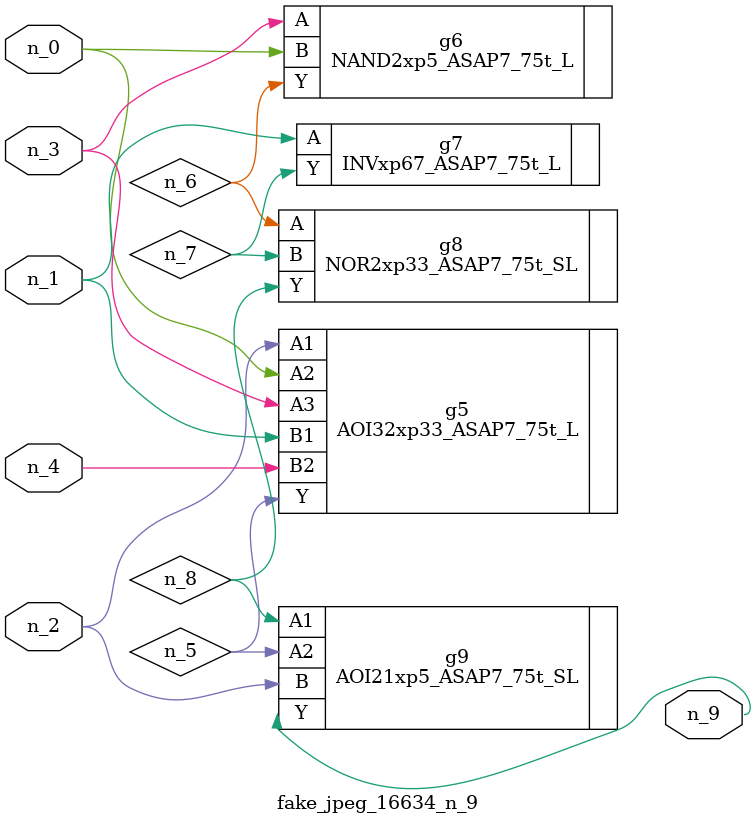
<source format=v>
module fake_jpeg_16634_n_9 (n_3, n_2, n_1, n_0, n_4, n_9);

input n_3;
input n_2;
input n_1;
input n_0;
input n_4;

output n_9;

wire n_8;
wire n_6;
wire n_5;
wire n_7;

AOI32xp33_ASAP7_75t_L g5 ( 
.A1(n_2),
.A2(n_0),
.A3(n_3),
.B1(n_1),
.B2(n_4),
.Y(n_5)
);

NAND2xp5_ASAP7_75t_L g6 ( 
.A(n_3),
.B(n_0),
.Y(n_6)
);

INVxp67_ASAP7_75t_L g7 ( 
.A(n_1),
.Y(n_7)
);

NOR2xp33_ASAP7_75t_SL g8 ( 
.A(n_6),
.B(n_7),
.Y(n_8)
);

AOI21xp5_ASAP7_75t_SL g9 ( 
.A1(n_8),
.A2(n_5),
.B(n_2),
.Y(n_9)
);


endmodule
</source>
